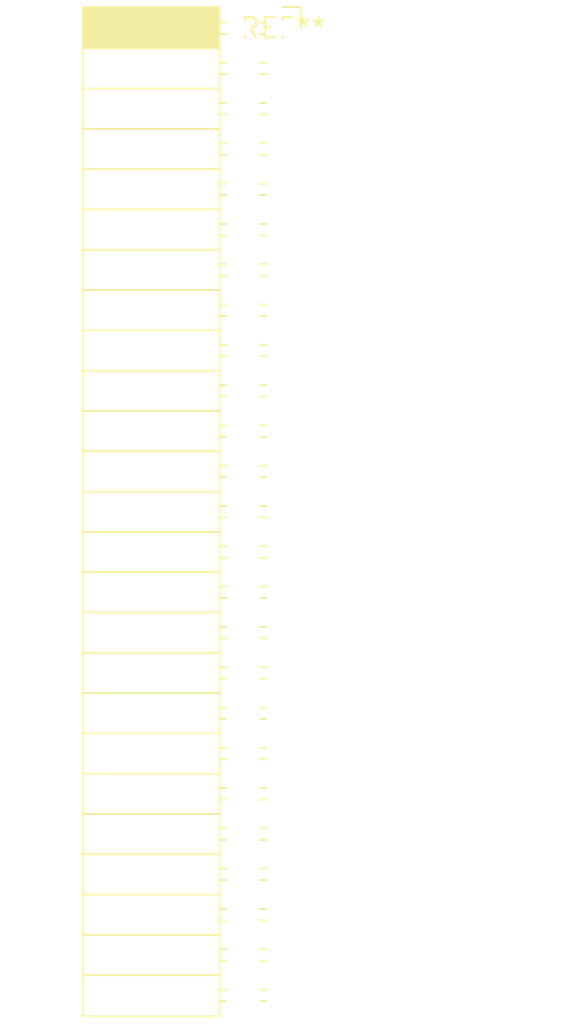
<source format=kicad_pcb>
(kicad_pcb (version 20240108) (generator pcbnew)
  (layers (0 "F.Cu" signal) (31 "B.Cu" signal) (34 "B.Paste" user) (35 "F.Paste" user) (36 "B.SilkS" user "B.Silkscreen") (37 "F.SilkS" user "F.Silkscreen") (38 "B.Mask" user) (39 "F.Mask" user) (44 "Edge.Cuts" user))
  (net 0 "")
  (footprint "PinSocket_2x25_P2.54mm_Horizontal" (layer "F.Cu") (at 0 0)
    (property "Reference" "REF**")
    (property "Value" "PinSocket_2x25_P2.54mm_Horizontal")
    (fp_line (start -12.63 -1.33) (end -12.63 62.29) (layer "F.SilkS") (stroke (width 0.12)))
    (fp_line (start -12.63 -1.33) (end -4 -1.33) (layer "F.SilkS") (stroke (width 0.12)))
    (fp_line (start -12.63 -1.21) (end -4 -1.21) (layer "F.SilkS") (stroke (width 0.12)))
    (fp_line (start -12.63 -1.091905) (end -4 -1.091905) (layer "F.SilkS") (stroke (width 0.12)))
    (fp_line (start -12.63 -0.97381) (end -4 -0.97381) (layer "F.SilkS") (stroke (width 0.12)))
    (fp_line (start -12.63 -0.855715) (end -4 -0.855715) (layer "F.SilkS") (stroke (width 0.12)))
    (fp_line (start -12.63 -0.73762) (end -4 -0.73762) (layer "F.SilkS") (stroke (width 0.12)))
    (fp_line (start -12.63 -0.619525) (end -4 -0.619525) (layer "F.SilkS") (stroke (width 0.12)))
    (fp_line (start -12.63 -0.50143) (end -4 -0.50143) (layer "F.SilkS") (stroke (width 0.12)))
    (fp_line (start -12.63 -0.383335) (end -4 -0.383335) (layer "F.SilkS") (stroke (width 0.12)))
    (fp_line (start -12.63 -0.26524) (end -4 -0.26524) (layer "F.SilkS") (stroke (width 0.12)))
    (fp_line (start -12.63 -0.147145) (end -4 -0.147145) (layer "F.SilkS") (stroke (width 0.12)))
    (fp_line (start -12.63 -0.02905) (end -4 -0.02905) (layer "F.SilkS") (stroke (width 0.12)))
    (fp_line (start -12.63 0.089045) (end -4 0.089045) (layer "F.SilkS") (stroke (width 0.12)))
    (fp_line (start -12.63 0.20714) (end -4 0.20714) (layer "F.SilkS") (stroke (width 0.12)))
    (fp_line (start -12.63 0.325235) (end -4 0.325235) (layer "F.SilkS") (stroke (width 0.12)))
    (fp_line (start -12.63 0.44333) (end -4 0.44333) (layer "F.SilkS") (stroke (width 0.12)))
    (fp_line (start -12.63 0.561425) (end -4 0.561425) (layer "F.SilkS") (stroke (width 0.12)))
    (fp_line (start -12.63 0.67952) (end -4 0.67952) (layer "F.SilkS") (stroke (width 0.12)))
    (fp_line (start -12.63 0.797615) (end -4 0.797615) (layer "F.SilkS") (stroke (width 0.12)))
    (fp_line (start -12.63 0.91571) (end -4 0.91571) (layer "F.SilkS") (stroke (width 0.12)))
    (fp_line (start -12.63 1.033805) (end -4 1.033805) (layer "F.SilkS") (stroke (width 0.12)))
    (fp_line (start -12.63 1.1519) (end -4 1.1519) (layer "F.SilkS") (stroke (width 0.12)))
    (fp_line (start -12.63 1.27) (end -4 1.27) (layer "F.SilkS") (stroke (width 0.12)))
    (fp_line (start -12.63 3.81) (end -4 3.81) (layer "F.SilkS") (stroke (width 0.12)))
    (fp_line (start -12.63 6.35) (end -4 6.35) (layer "F.SilkS") (stroke (width 0.12)))
    (fp_line (start -12.63 8.89) (end -4 8.89) (layer "F.SilkS") (stroke (width 0.12)))
    (fp_line (start -12.63 11.43) (end -4 11.43) (layer "F.SilkS") (stroke (width 0.12)))
    (fp_line (start -12.63 13.97) (end -4 13.97) (layer "F.SilkS") (stroke (width 0.12)))
    (fp_line (start -12.63 16.51) (end -4 16.51) (layer "F.SilkS") (stroke (width 0.12)))
    (fp_line (start -12.63 19.05) (end -4 19.05) (layer "F.SilkS") (stroke (width 0.12)))
    (fp_line (start -12.63 21.59) (end -4 21.59) (layer "F.SilkS") (stroke (width 0.12)))
    (fp_line (start -12.63 24.13) (end -4 24.13) (layer "F.SilkS") (stroke (width 0.12)))
    (fp_line (start -12.63 26.67) (end -4 26.67) (layer "F.SilkS") (stroke (width 0.12)))
    (fp_line (start -12.63 29.21) (end -4 29.21) (layer "F.SilkS") (stroke (width 0.12)))
    (fp_line (start -12.63 31.75) (end -4 31.75) (layer "F.SilkS") (stroke (width 0.12)))
    (fp_line (start -12.63 34.29) (end -4 34.29) (layer "F.SilkS") (stroke (width 0.12)))
    (fp_line (start -12.63 36.83) (end -4 36.83) (layer "F.SilkS") (stroke (width 0.12)))
    (fp_line (start -12.63 39.37) (end -4 39.37) (layer "F.SilkS") (stroke (width 0.12)))
    (fp_line (start -12.63 41.91) (end -4 41.91) (layer "F.SilkS") (stroke (width 0.12)))
    (fp_line (start -12.63 44.45) (end -4 44.45) (layer "F.SilkS") (stroke (width 0.12)))
    (fp_line (start -12.63 46.99) (end -4 46.99) (layer "F.SilkS") (stroke (width 0.12)))
    (fp_line (start -12.63 49.53) (end -4 49.53) (layer "F.SilkS") (stroke (width 0.12)))
    (fp_line (start -12.63 52.07) (end -4 52.07) (layer "F.SilkS") (stroke (width 0.12)))
    (fp_line (start -12.63 54.61) (end -4 54.61) (layer "F.SilkS") (stroke (width 0.12)))
    (fp_line (start -12.63 57.15) (end -4 57.15) (layer "F.SilkS") (stroke (width 0.12)))
    (fp_line (start -12.63 59.69) (end -4 59.69) (layer "F.SilkS") (stroke (width 0.12)))
    (fp_line (start -12.63 62.29) (end -4 62.29) (layer "F.SilkS") (stroke (width 0.12)))
    (fp_line (start -4 -1.33) (end -4 62.29) (layer "F.SilkS") (stroke (width 0.12)))
    (fp_line (start -4 -0.36) (end -3.59 -0.36) (layer "F.SilkS") (stroke (width 0.12)))
    (fp_line (start -4 0.36) (end -3.59 0.36) (layer "F.SilkS") (stroke (width 0.12)))
    (fp_line (start -4 2.18) (end -3.59 2.18) (layer "F.SilkS") (stroke (width 0.12)))
    (fp_line (start -4 2.9) (end -3.59 2.9) (layer "F.SilkS") (stroke (width 0.12)))
    (fp_line (start -4 4.72) (end -3.59 4.72) (layer "F.SilkS") (stroke (width 0.12)))
    (fp_line (start -4 5.44) (end -3.59 5.44) (layer "F.SilkS") (stroke (width 0.12)))
    (fp_line (start -4 7.26) (end -3.59 7.26) (layer "F.SilkS") (stroke (width 0.12)))
    (fp_line (start -4 7.98) (end -3.59 7.98) (layer "F.SilkS") (stroke (width 0.12)))
    (fp_line (start -4 9.8) (end -3.59 9.8) (layer "F.SilkS") (stroke (width 0.12)))
    (fp_line (start -4 10.52) (end -3.59 10.52) (layer "F.SilkS") (stroke (width 0.12)))
    (fp_line (start -4 12.34) (end -3.59 12.34) (layer "F.SilkS") (stroke (width 0.12)))
    (fp_line (start -4 13.06) (end -3.59 13.06) (layer "F.SilkS") (stroke (width 0.12)))
    (fp_line (start -4 14.88) (end -3.59 14.88) (layer "F.SilkS") (stroke (width 0.12)))
    (fp_line (start -4 15.6) (end -3.59 15.6) (layer "F.SilkS") (stroke (width 0.12)))
    (fp_line (start -4 17.42) (end -3.59 17.42) (layer "F.SilkS") (stroke (width 0.12)))
    (fp_line (start -4 18.14) (end -3.59 18.14) (layer "F.SilkS") (stroke (width 0.12)))
    (fp_line (start -4 19.96) (end -3.59 19.96) (layer "F.SilkS") (stroke (width 0.12)))
    (fp_line (start -4 20.68) (end -3.59 20.68) (layer "F.SilkS") (stroke (width 0.12)))
    (fp_line (start -4 22.5) (end -3.59 22.5) (layer "F.SilkS") (stroke (width 0.12)))
    (fp_line (start -4 23.22) (end -3.59 23.22) (layer "F.SilkS") (stroke (width 0.12)))
    (fp_line (start -4 25.04) (end -3.59 25.04) (layer "F.SilkS") (stroke (width 0.12)))
    (fp_line (start -4 25.76) (end -3.59 25.76) (layer "F.SilkS") (stroke (width 0.12)))
    (fp_line (start -4 27.58) (end -3.59 27.58) (layer "F.SilkS") (stroke (width 0.12)))
    (fp_line (start -4 28.3) (end -3.59 28.3) (layer "F.SilkS") (stroke (width 0.12)))
    (fp_line (start -4 30.12) (end -3.59 30.12) (layer "F.SilkS") (stroke (width 0.12)))
    (fp_line (start -4 30.84) (end -3.59 30.84) (layer "F.SilkS") (stroke (width 0.12)))
    (fp_line (start -4 32.66) (end -3.59 32.66) (layer "F.SilkS") (stroke (width 0.12)))
    (fp_line (start -4 33.38) (end -3.59 33.38) (layer "F.SilkS") (stroke (width 0.12)))
    (fp_line (start -4 35.2) (end -3.59 35.2) (layer "F.SilkS") (stroke (width 0.12)))
    (fp_line (start -4 35.92) (end -3.59 35.92) (layer "F.SilkS") (stroke (width 0.12)))
    (fp_line (start -4 37.74) (end -3.59 37.74) (layer "F.SilkS") (stroke (width 0.12)))
    (fp_line (start -4 38.46) (end -3.59 38.46) (layer "F.SilkS") (stroke (width 0.12)))
    (fp_line (start -4 40.28) (end -3.59 40.28) (layer "F.SilkS") (stroke (width 0.12)))
    (fp_line (start -4 41) (end -3.59 41) (layer "F.SilkS") (stroke (width 0.12)))
    (fp_line (start -4 42.82) (end -3.59 42.82) (layer "F.SilkS") (stroke (width 0.12)))
    (fp_line (start -4 43.54) (end -3.59 43.54) (layer "F.SilkS") (stroke (width 0.12)))
    (fp_line (start -4 45.36) (end -3.59 45.36) (layer "F.SilkS") (stroke (width 0.12)))
    (fp_line (start -4 46.08) (end -3.59 46.08) (layer "F.SilkS") (stroke (width 0.12)))
    (fp_line (start -4 47.9) (end -3.59 47.9) (layer "F.SilkS") (stroke (width 0.12)))
    (fp_line (start -4 48.62) (end -3.59 48.62) (layer "F.SilkS") (stroke (width 0.12)))
    (fp_line (start -4 50.44) (end -3.59 50.44) (layer "F.SilkS") (stroke (width 0.12)))
    (fp_line (start -4 51.16) (end -3.59 51.16) (layer "F.SilkS") (stroke (width 0.12)))
    (fp_line (start -4 52.98) (end -3.59 52.98) (layer "F.SilkS") (stroke (width 0.12)))
    (fp_line (start -4 53.7) (end -3.59 53.7) (layer "F.SilkS") (stroke (width 0.12)))
    (fp_line (start -4 55.52) (end -3.59 55.52) (layer "F.SilkS") (stroke (width 0.12)))
    (fp_line (start -4 56.24) (end -3.59 56.24) (layer "F.SilkS") (stroke (width 0.12)))
    (fp_line (start -4 58.06) (end -3.59 58.06) (layer "F.SilkS") (stroke (width 0.12)))
    (fp_line (start -4 58.78) (end -3.59 58.78) (layer "F.SilkS") (stroke (width 0.12)))
    (fp_line (start -4 60.6) (end -3.59 60.6) (layer "F.SilkS") (stroke (width 0.12)))
    (fp_line (start -4 61.32) (end -3.59 61.32) (layer "F.SilkS") (stroke (width 0.12)))
    (fp_line (start -1.49 -0.36) (end -1.11 -0.36) (layer "F.SilkS") (stroke (width 0.12)))
    (fp_line (start -1.49 0.36) (end -1.11 0.36) (layer "F.SilkS") (stroke (width 0.12)))
    (fp_line (start -1.49 2.18) (end -1.05 2.18) (layer "F.SilkS") (stroke (width 0.12)))
    (fp_line (start -1.49 2.9) (end -1.05 2.9) (layer "F.SilkS") (stroke (width 0.12)))
    (fp_line (start -1.49 4.72) (end -1.05 4.72) (layer "F.SilkS") (stroke (width 0.12)))
    (fp_line (start -1.49 5.44) (end -1.05 5.44) (layer "F.SilkS") (stroke (width 0.12)))
    (fp_line (start -1.49 7.26) (end -1.05 7.26) (layer "F.SilkS") (stroke (width 0.12)))
    (fp_line (start -1.49 7.98) (end -1.05 7.98) (layer "F.SilkS") (stroke (width 0.12)))
    (fp_line (start -1.49 9.8) (end -1.05 9.8) (layer "F.SilkS") (stroke (width 0.12)))
    (fp_line (start -1.49 10.52) (end -1.05 10.52) (layer "F.SilkS") (stroke (width 0.12)))
    (fp_line (start -1.49 12.34) (end -1.05 12.34) (layer "F.SilkS") (stroke (width 0.12)))
    (fp_line (start -1.49 13.06) (end -1.05 13.06) (layer "F.SilkS") (stroke (width 0.12)))
    (fp_line (start -1.49 14.88) (end -1.05 14.88) (layer "F.SilkS") (stroke (width 0.12)))
    (fp_line (start -1.49 15.6) (end -1.05 15.6) (layer "F.SilkS") (stroke (width 0.12)))
    (fp_line (start -1.49 17.42) (end -1.05 17.42) (layer "F.SilkS") (stroke (width 0.12)))
    (fp_line (start -1.49 18.14) (end -1.05 18.14) (layer "F.SilkS") (stroke (width 0.12)))
    (fp_line (start -1.49 19.96) (end -1.05 19.96) (layer "F.SilkS") (stroke (width 0.12)))
    (fp_line (start -1.49 20.68) (end -1.05 20.68) (layer "F.SilkS") (stroke (width 0.12)))
    (fp_line (start -1.49 22.5) (end -1.05 22.5) (layer "F.SilkS") (stroke (width 0.12)))
    (fp_line (start -1.49 23.22) (end -1.05 23.22) (layer "F.SilkS") (stroke (width 0.12)))
    (fp_line (start -1.49 25.04) (end -1.05 25.04) (layer "F.SilkS") (stroke (width 0.12)))
    (fp_line (start -1.49 25.76) (end -1.05 25.76) (layer "F.SilkS") (stroke (width 0.12)))
    (fp_line (start -1.49 27.58) (end -1.05 27.58) (layer "F.SilkS") (stroke (width 0.12)))
    (fp_line (start -1.49 28.3) (end -1.05 28.3) (layer "F.SilkS") (stroke (width 0.12)))
    (fp_line (start -1.49 30.12) (end -1.05 30.12) (layer "F.SilkS") (stroke (width 0.12)))
    (fp_line (start -1.49 30.84) (end -1.05 30.84) (layer "F.SilkS") (stroke (width 0.12)))
    (fp_line (start -1.49 32.66) (end -1.05 32.66) (layer "F.SilkS") (stroke (width 0.12)))
    (fp_line (start -1.49 33.38) (end -1.05 33.38) (layer "F.SilkS") (stroke (width 0.12)))
    (fp_line (start -1.49 35.2) (end -1.05 35.2) (layer "F.SilkS") (stroke (width 0.12)))
    (fp_line (start -1.49 35.92) (end -1.05 35.92) (layer "F.SilkS") (stroke (width 0.12)))
    (fp_line (start -1.49 37.74) (end -1.05 37.74) (layer "F.SilkS") (stroke (width 0.12)))
    (fp_line (start -1.49 38.46) (end -1.05 38.46) (layer "F.SilkS") (stroke (width 0.12)))
    (fp_line (start -1.49 40.28) (end -1.05 40.28) (layer "F.SilkS") (stroke (width 0.12)))
    (fp_line (start -1.49 41) (end -1.05 41) (layer "F.SilkS") (stroke (width 0.12)))
    (fp_line (start -1.49 42.82) (end -1.05 42.82) (layer "F.SilkS") (stroke (width 0.12)))
    (fp_line (start -1.49 43.54) (end -1.05 43.54) (layer "F.SilkS") (stroke (width 0.12)))
    (fp_line (start -1.49 45.36) (end -1.05 45.36) (layer "F.SilkS") (stroke (width 0.12)))
    (fp_line (start -1.49 46.08) (end -1.05 46.08) (layer "F.SilkS") (stroke (width 0.12)))
    (fp_line (start -1.49 47.9) (end -1.05 47.9) (layer "F.SilkS") (stroke (width 0.12)))
    (fp_line (start -1.49 48.62) (end -1.05 48.62) (layer "F.SilkS") (stroke (width 0.12)))
    (fp_line (start -1.49 50.44) (end -1.05 50.44) (layer "F.SilkS") (stroke (width 0.12)))
    (fp_line (start -1.49 51.16) (end -1.05 51.16) (layer "F.SilkS") (stroke (width 0.12)))
    (fp_line (start -1.49 52.98) (end -1.05 52.98) (layer "F.SilkS") (stroke (width 0.12)))
    (fp_line (start -1.49 53.7) (end -1.05 53.7) (layer "F.SilkS") (stroke (width 0.12)))
    (fp_line (start -1.49 55.52) (end -1.05 55.52) (layer "F.SilkS") (stroke (width 0.12)))
    (fp_line (start -1.49 56.24) (end -1.05 56.24) (layer "F.SilkS") (stroke (width 0.12)))
    (fp_line (start -1.49 58.06) (end -1.05 58.06) (layer "F.SilkS") (stroke (width 0.12)))
    (fp_line (start -1.49 58.78) (end -1.05 58.78) (layer "F.SilkS") (stroke (width 0.12)))
    (fp_line (start -1.49 60.6) (end -1.05 60.6) (layer "F.SilkS") (stroke (width 0.12)))
    (fp_line (start -1.49 61.32) (end -1.05 61.32) (layer "F.SilkS") (stroke (width 0.12)))
    (fp_line (start 0 -1.33) (end 1.11 -1.33) (layer "F.SilkS") (stroke (width 0.12)))
    (fp_line (start 1.11 -1.33) (end 1.11 0) (layer "F.SilkS") (stroke (width 0.12)))
    (pad "1" thru_hole rect (at 0 0) (size 1.7 1.7) (drill 1) (layers *.Cu *.Mask) (remove_unused_layers))
    (pad "2" thru_hole oval (at -2.54 0) (size 1.7 1.7) (drill 1) (layers *.Cu *.Mask) (remove_unused_layers))
    (pad "3" thru_hole oval (at 0 2.54) (size 1.7 1.7) (drill 1) (layers *.Cu *.Mask) (remove_unused_layers))
    (pad "4" thru_hole oval (at -2.54 2.54) (size 1.7 1.7) (drill 1) (layers *.Cu *.Mask) (remove_unused_layers))
    (pad "5" thru_hole oval (at 0 5.08) (size 1.7 1.7) (drill 1) (layers *.Cu *.Mask) (remove_unused_layers))
    (pad "6" thru_hole oval (at -2.54 5.08) (size 1.7 1.7) (drill 1) (layers *.Cu *.Mask) (remove_unused_layers))
    (pad "7" thru_hole oval (at 0 7.62) (size 1.7 1.7) (drill 1) (layers *.Cu *.Mask) (remove_unused_layers))
    (pad "8" thru_hole oval (at -2.54 7.62) (size 1.7 1.7) (drill 1) (layers *.Cu *.Mask) (remove_unused_layers))
    (pad "9" thru_hole oval (at 0 10.16) (size 1.7 1.7) (drill 1) (layers *.Cu *.Mask) (remove_unused_layers))
    (pad "10" thru_hole oval (at -2.54 10.16) (size 1.7 1.7) (drill 1) (layers *.Cu *.Mask) (remove_unused_layers))
    (pad "11" thru_hole oval (at 0 12.7) (size 1.7 1.7) (drill 1) (layers *.Cu *.Mask) (remove_unused_layers))
    (pad "12" thru_hole oval (at -2.54 12.7) (size 1.7 1.7) (drill 1) (layers *.Cu *.Mask) (remove_unused_layers))
    (pad "13" thru_hole oval (at 0 15.24) (size 1.7 1.7) (drill 1) (layers *.Cu *.Mask) (remove_unused_layers))
    (pad "14" thru_hole oval (at -2.54 15.24) (size 1.7 1.7) (drill 1) (layers *.Cu *.Mask) (remove_unused_layers))
    (pad "15" thru_hole oval (at 0 17.78) (size 1.7 1.7) (drill 1) (layers *.Cu *.Mask) (remove_unused_layers))
    (pad "16" thru_hole oval (at -2.54 17.78) (size 1.7 1.7) (drill 1) (layers *.Cu *.Mask) (remove_unused_layers))
    (pad "17" thru_hole oval (at 0 20.32) (size 1.7 1.7) (drill 1) (layers *.Cu *.Mask) (remove_unused_layers))
    (pad "18" thru_hole oval (at -2.54 20.32) (size 1.7 1.7) (drill 1) (layers *.Cu *.Mask) (remove_unused_layers))
    (pad "19" thru_hole oval (at 0 22.86) (size 1.7 1.7) (drill 1) (layers *.Cu *.Mask) (remove_unused_layers))
    (pad "20" thru_hole oval (at -2.54 22.86) (size 1.7 1.7) (drill 1) (layers *.Cu *.Mask) (remove_unused_layers))
    (pad "21" thru_hole oval (at 0 25.4) (size 1.7 1.7) (drill 1) (layers *.Cu *.Mask) (remove_unused_layers))
    (pad "22" thru_hole oval (at -2.54 25.4) (size 1.7 1.7) (drill 1) (layers *.Cu *.Mask) (remove_unused_layers))
    (pad "23" thru_hole oval (at 0 27.94) (size 1.7 1.7) (drill 1) (layers *.Cu *.Mask) (remove_unused_layers))
    (pad "24" thru_hole oval (at -2.54 27.94) (size 1.7 1.7) (drill 1) (layers *.Cu *.Mask) (remove_unused_layers))
    (pad "25" thru_hole oval (at 0 30.48) (size 1.7 1.7) (drill 1) (layers *.Cu *.Mask) (remove_unused_layers))
    (pad "26" thru_hole oval (at -2.54 30.48) (size 1.7 1.7) (drill 1) (layers *.Cu *.Mask) (remove_unused_layers))
    (pad "27" thru_hole oval (at 0 33.02) (size 1.7 1.7) (drill 1) (layers *.Cu *.Mask) (remove_unused_layers))
    (pad "28" thru_hole oval (at -2.54 33.02) (size 1.7 1.7) (drill 1) (layers *.Cu *.Mask) (remove_unused_layers))
    (pad "29" thru_hole oval (at 0 35.56) (size 1.7 1.7) (drill 1) (layers *.Cu *.Mask) (remove_unused_layers))
    (pad "30" thru_hole oval (at -2.54 35.56) (size 1.7 1.7) (drill 1) (layers *.Cu *.Mask) (remove_unused_layers))
    (pad "31" thru_hole oval (at 0 38.1) (size 1.7 1.7) (drill 1) (layers *.Cu *.Mask) (remove_unused_layers))
    (pad "32" thru_hole oval (at -2.54 38.1) (size 1.7 1.7) (drill 1) (layers *.Cu *.Mask) (remove_unused_layers))
    (pad "33" thru_hole oval (at 0 40.64) (size 1.7 1.7) (drill 1) (layers *.Cu *.Mask) (remove_unused_layers))
    (pad "34" thru_hole oval (at -2.54 40.64) (size 1.7 1.7) (drill 1) (layers *.Cu *.Mask) (remove_unused_layers))
    (pad "35" thru_hole oval (at 0 43.18) (size 1.7 1.7) (drill 1) (layers *.Cu *.Mask) (remove_unused_layers))
    (pad "36" thru_hole oval (at -2.54 43.18) (size 1.7 1.7) (drill 1) (layers *.Cu *.Mask) (remove_unused_layers))
    (pad "37" thru_hole oval (at 0 45.72) (size 1.7 1.7) (drill 1) (layers *.Cu *.Mask) (remove_unused_layers))
    (pad "38" thru_hole oval (at -2.54 45.72) (size 1.7 1.7) (drill 1) (layers *.Cu *.Mask) (remove_unused_layers))
    (pad "39" thru_hole oval (at 0 48.26) (size 1.7 1.7) (drill 1) (layers *.Cu *.Mask) (remove_unused_layers))
    (pad "40" thru_hole oval (at -2.54 48.26) (size 1.7 1.7) (drill 1) (layers *.Cu *.Mask) (remove_unused_layers))
    (pad "41" thru_hole oval (at 0 50.8) (size 1.7 1.7) (drill 1) (layers *.Cu *.Mask) (remove_unused_layers))
    (pad "42" thru_hole oval (at -2.54 50.8) (size 1.7 1.7) (drill 1) (layers *.Cu *.Mask) (remove_unused_layers))
    (pad "43" thru_hole oval (at 0 53.34) (size 1.7 1.7) (drill 1) (layers *.Cu *.Mask) (remove_unused_layers))
    (pad "44" thru_hole oval (at -2.54 53.34) (size 1.7 1.7) (drill 1) (layers *.Cu *.Mask) (remove_unused_layers))
    (pad "45" thru_hole oval (at 0 55.88) (size 1.7 1.7) (drill 1) (layers *.Cu *.Mask) (remove_unused_layers))
    (pad "46" thru_hole oval (at -2.54 55.88) (size 1.7 1.7) (drill 1) (layers *.Cu *.Mask) (remove_unused_layers))
    (pad "47" thru_hole oval (at 0 58.42) (size 1.7 1.7) (drill 1) (layers *.Cu *.Mask) (remove_unused_layers))
    (pad "48" thru_hole oval (at -2.54 58.42) (size 1.7 1.7) (drill 1) (layers *.Cu *.Mask) (remove_unused_layers))
    (pad "49" thru_hole oval (at 0 60.96) (size 1.7 1.7) (drill 1) (layers *.Cu *.Mask) (remove_unused_layers))
    (pad "50" thru_hole oval (at -2.54 60.96) (size 1.7 1.7) (drill 1) (layers *.Cu *.Mask) (remove_unused_layers))
  )
)
</source>
